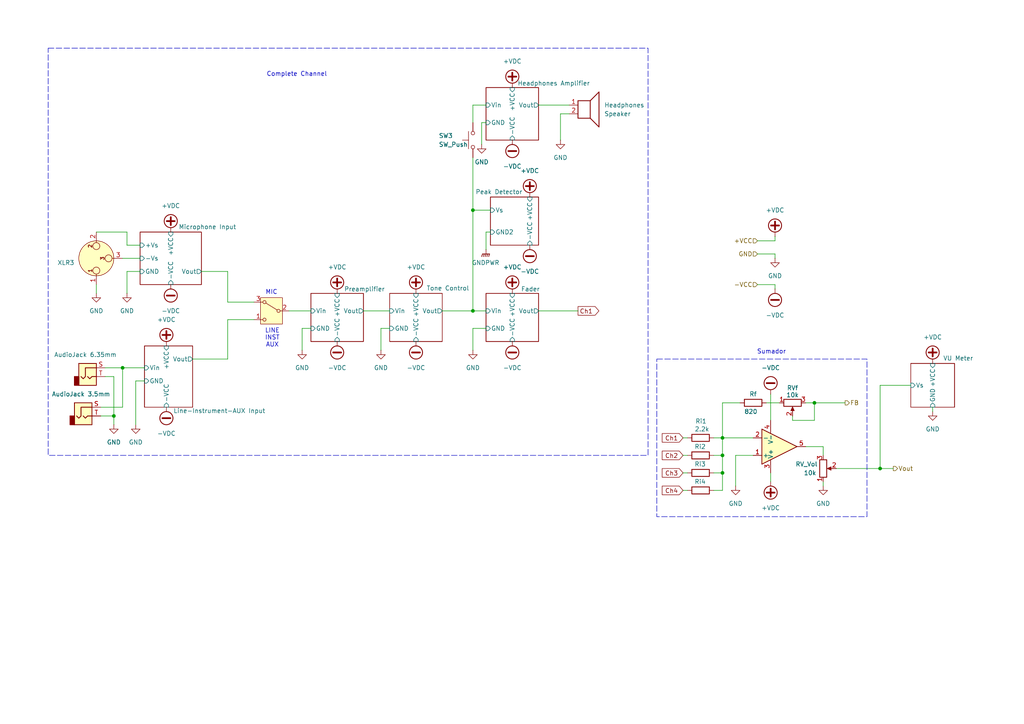
<source format=kicad_sch>
(kicad_sch (version 20231120) (generator "eeschema") (generator_version "8.0")
  (paper "A4")
  (lib_symbols
    (symbol "Connector_Audio:AudioJack2"
      (property "Reference" "J" (at 0 8.89 0))
      (property "Value" "AudioJack2" (at 0 6.35 0))
      (symbol "AudioJack2_0_1"
        (rectangle (start -3.81 0) (end -2.54 -2.54) (stroke (width 0.254)) (fill (type outline)))
        (rectangle (start -2.54 3.81) (end 2.54 -2.54) (stroke (width 0.254)) (fill (type background)))
        (polyline (pts (xy 0 0) (xy 0.635 -0.635) (xy 1.27 0) (xy 2.54 0)) (stroke (width 0.254)))
        (polyline (pts (xy 2.54 2.54) (xy -0.635 2.54) (xy -0.635 0) (xy -1.27 -0.635) (xy -1.905 0)) (stroke (width 0.254)))
      )
      (symbol "AudioJack2_1_1"
        (pin passive line (at 5.08 2.54 180) (length 2.54) (name "~") (number "S"))
        (pin passive line (at 5.08 0 180) (length 2.54) (name "~") (number "T"))
      )
    )
    (symbol "Connector_Audio:NJ2FD-V"
      (property "Reference" "J" (at 0 8.89 0))
      (property "Value" "NJ2FD-V" (at 0 6.35 0))
      (symbol "NJ2FD-V_0_1"
        (rectangle (start -3.81 0) (end -2.54 -2.54) (stroke (width 0.254)) (fill (type outline)))
        (rectangle (start -2.54 3.81) (end 2.54 -2.54) (stroke (width 0.254)) (fill (type background)))
        (polyline (pts (xy 0 0) (xy 0.635 -0.635) (xy 1.27 0) (xy 2.54 0)) (stroke (width 0.254)))
        (polyline (pts (xy 2.54 2.54) (xy -0.635 2.54) (xy -0.635 0) (xy -1.27 -0.635) (xy -1.905 0)) (stroke (width 0.254)))
      )
      (symbol "NJ2FD-V_1_1"
        (pin passive line (at 5.08 2.54 180) (length 2.54) (name "~") (number "S"))
        (pin passive line (at 5.08 0 180) (length 2.54) (name "~") (number "T"))
      )
    )
    (symbol "Connector_Audio:XLR3" (pin_names hide)
      (property "Reference" "J" (at 0 8.89 0))
      (property "Value" "XLR3" (at 0 6.35 0))
      (symbol "XLR3_0_1"
        (circle (center -3.556 0) (radius 1.016))
        (circle (center 0 -3.556) (radius 1.016))
        (polyline (pts (xy -5.08 0) (xy -4.572 0)))
        (polyline (pts (xy 0 -5.08) (xy 0 -4.572)))
        (polyline (pts (xy 5.08 0) (xy 4.572 0)))
        (circle (center 0 0) (radius 5.08) (fill (type background)))
        (circle (center 3.556 0) (radius 1.016))
        (text "1" (at -3.556 1.778 0) (effects (font (size 1.016 1.016) (bold yes))))
        (text "2" (at 3.556 1.778 0) (effects (font (size 1.016 1.016) (bold yes))))
        (text "3" (at 0 -1.778 0) (effects (font (size 1.016 1.016) (bold yes))))
        (pin passive line (at -7.62 0 0) (length 2.54) (name "~") (number "1"))
        (pin passive line (at 7.62 0 180) (length 2.54) (name "~") (number "2"))
        (pin passive line (at 0 -7.62 90) (length 2.54) (name "~") (number "3"))
      )
    )
    (symbol "Device:R" (pin_numbers hide) (pin_names (offset 0))
      (property "Reference" "R" (at 2.032 0 90))
      (property "Value" "R" (at 0 0 90))
      (symbol "R_0_1"
        (rectangle (start -1.016 -2.54) (end 1.016 2.54) (stroke (width 0.254)))
      )
      (symbol "R_1_1"
        (pin passive line (at 0 3.81 270) (length 1.27) (name "~") (number "1"))
        (pin passive line (at 0 -3.81 90) (length 1.27) (name "~") (number "2"))
      )
    )
    (symbol "Device:R_Potentiometer" (pin_names (offset 1.016) hide)
      (property "Reference" "RV" (at -4.445 0 90))
      (property "Value" "R_Potentiometer" (at -2.54 0 90))
      (symbol "R_Potentiometer_0_1"
        (polyline (pts (xy 2.54 0) (xy 1.524 0)))
        (polyline (pts (xy 1.143 0) (xy 2.286 0.508) (xy 2.286 -0.508) (xy 1.143 0)) (fill (type outline)))
        (rectangle (start 1.016 2.54) (end -1.016 -2.54) (stroke (width 0.254)))
      )
      (symbol "R_Potentiometer_1_1"
        (pin passive line (at 0 3.81 270) (length 1.27) (name "1") (number "1"))
        (pin passive line (at 3.81 0 180) (length 1.27) (name "2") (number "2"))
        (pin passive line (at 0 -3.81 90) (length 1.27) (name "3") (number "3"))
      )
    )
    (symbol "Device:Speaker" (pin_names (offset 0) hide)
      (property "Reference" "LS" (at 1.27 5.715 0))
      (property "Value" "Speaker" (at 1.27 3.81 0))
      (symbol "Speaker_0_0"
        (rectangle (start -2.54 1.27) (end 1.016 -3.81) (stroke (width 0.254)))
        (polyline (pts (xy 1.016 1.27) (xy 3.556 3.81) (xy 3.556 -6.35) (xy 1.016 -3.81)) (stroke (width 0.254)))
      )
      (symbol "Speaker_1_1"
        (pin input line (at -5.08 0 0) (length 2.54) (name "1") (number "1"))
        (pin input line (at -5.08 -2.54 0) (length 2.54) (name "2") (number "2"))
      )
    )
    (symbol "Simulation_SPICE:OPAMP" (pin_names (offset 0.254))
      (property "Reference" "U" (at 3.81 3.175 0))
      (property "Value" "${SIM.PARAMS}" (at 3.81 -3.175 0))
      (symbol "OPAMP_0_1"
        (polyline (pts (xy 5.08 0) (xy -5.08 5.08) (xy -5.08 -5.08) (xy 5.08 0)) (stroke (width 0.254)) (fill (type background)))
      )
      (symbol "OPAMP_1_1"
        (pin input line (at -7.62 2.54 0) (length 2.54) (name "+") (number "1"))
        (pin input line (at -7.62 -2.54 0) (length 2.54) (name "-") (number "2"))
        (pin power_in line (at -2.54 7.62 270) (length 3.81) (name "V+") (number "3"))
        (pin power_in line (at -2.54 -7.62 90) (length 3.81) (name "V-") (number "4"))
        (pin output line (at 7.62 0 180) (length 2.54) (name "~") (number "5"))
      )
    )
    (symbol "Switch:SW_Nidec_CAS-120A1" (pin_names (offset 1) hide)
      (property "Reference" "SW" (at 0 4.318 0))
      (property "Value" "SW_Nidec_CAS-120A1" (at 0 -5.08 0))
      (symbol "SW_Nidec_CAS-120A1_0_1"
        (circle (center -2.032 0) (radius 0.4572))
        (polyline (pts (xy -1.651 0.254) (xy 1.651 2.286)))
        (circle (center 2.032 -2.54) (radius 0.4572))
        (circle (center 2.032 2.54) (radius 0.4572))
      )
      (symbol "SW_Nidec_CAS-120A1_1_1"
        (rectangle (start -3.175 3.81) (end 3.175 -3.81) (fill (type background)))
        (pin passive line (at 5.08 -2.54 180) (length 2.54) (name "C") (number "1"))
        (pin passive line (at -5.08 0 0) (length 2.54) (name "B") (number "2"))
        (pin passive line (at 5.08 2.54 180) (length 2.54) (name "A") (number "3"))
      )
    )
    (symbol "Switch:SW_Push" (pin_numbers hide) (pin_names (offset 1.016) hide)
      (property "Reference" "SW" (at 1.27 2.54 0))
      (property "Value" "SW_Push" (at 0 -1.524 0))
      (symbol "SW_Push_0_1"
        (circle (center -2.032 0) (radius 0.508))
        (polyline (pts (xy 0 1.27) (xy 0 3.048)))
        (polyline (pts (xy 2.54 1.27) (xy -2.54 1.27)))
        (circle (center 2.032 0) (radius 0.508))
        (pin passive line (at -5.08 0 0) (length 2.54) (name "1") (number "1"))
        (pin passive line (at 5.08 0 180) (length 2.54) (name "2") (number "2"))
      )
    )
    (symbol "power:+VDC" (power) (pin_numbers hide) (pin_names (offset 0) hide)
      (property "Value" "+VDC" (at 0 6.35 0))
      (symbol "+VDC_0_1"
        (polyline (pts (xy -1.143 3.175) (xy 1.143 3.175)) (stroke (width 0.508)))
        (polyline (pts (xy 0 0) (xy 0 1.27)))
        (polyline (pts (xy 0 2.032) (xy 0 4.318)) (stroke (width 0.508)))
        (circle (center 0 3.175) (radius 1.905) (stroke (width 0.254)))
      )
      (symbol "+VDC_1_1"
        (pin power_in line (at 0 0 90) (length 0) (name "~") (number "1"))
      )
    )
    (symbol "power:-VDC" (power) (pin_numbers hide) (pin_names (offset 0) hide)
      (property "Value" "-VDC" (at 0 6.35 0))
      (symbol "-VDC_0_1"
        (polyline (pts (xy -1.143 3.175) (xy 1.143 3.175)) (stroke (width 0.508)))
        (polyline (pts (xy 0 0) (xy 0 1.27)))
        (circle (center 0 3.175) (radius 1.905) (stroke (width 0.254)))
      )
      (symbol "-VDC_1_1"
        (pin power_in line (at 0 0 90) (length 0) (name "~") (number "1"))
      )
    )
    (symbol "power:GND" (power) (pin_numbers hide) (pin_names (offset 0) hide)
      (property "Value" "GND" (at 0 -3.81 0))
      (symbol "GND_0_1"
        (polyline (pts (xy 0 0) (xy 0 -1.27) (xy 1.27 -1.27) (xy 0 -2.54) (xy -1.27 -1.27) (xy 0 -1.27)))
      )
      (symbol "GND_1_1"
        (pin power_in line (at 0 0 270) (length 0) (name "~") (number "1"))
      )
    )
    (symbol "power:GNDPWR" (power) (pin_numbers hide) (pin_names (offset 0) hide)
      (property "Value" "GNDPWR" (at 0 -3.302 0))
      (symbol "GNDPWR_0_1"
        (polyline (pts (xy 0 -1.27) (xy 0 0)))
        (polyline (pts (xy -1.016 -1.27) (xy -1.27 -2.032) (xy -1.27 -2.032)) (stroke (width 0.2032)))
        (polyline (pts (xy -0.508 -1.27) (xy -0.762 -2.032) (xy -0.762 -2.032)) (stroke (width 0.2032)))
        (polyline (pts (xy 0 -1.27) (xy -0.254 -2.032) (xy -0.254 -2.032)) (stroke (width 0.2032)))
        (polyline (pts (xy 0.508 -1.27) (xy 0.254 -2.032) (xy 0.254 -2.032)) (stroke (width 0.2032)))
        (polyline (pts (xy 1.016 -1.27) (xy -1.016 -1.27) (xy -1.016 -1.27)) (stroke (width 0.2032)))
        (polyline (pts (xy 1.016 -1.27) (xy 0.762 -2.032) (xy 0.762 -2.032) (xy 0.762 -2.032)) (stroke (width 0.2032)))
      )
      (symbol "GNDPWR_1_1"
        (pin power_in line (at 0 0 270) (length 0) (name "~") (number "1"))
      )
    )
  )
  (junction (at 35.56 106.68))
  (junction (at 236.22 116.84))
  (junction (at 209.55 137.16))
  (junction (at 137.16 90.17))
  (junction (at 209.55 127))
  (junction (at 33.02 120.65))
  (junction (at 137.16 60.96))
  (junction (at 255.27 135.89))
  (junction (at 209.55 132.08))
  (wire (pts (xy 264.16 111.76) (xy 255.27 111.76)))
  (wire (pts (xy 238.76 132.08) (xy 238.76 129.54)))
  (wire (pts (xy 238.76 139.7) (xy 238.76 140.97)))
  (wire (pts (xy 207.01 137.16) (xy 209.55 137.16)))
  (wire (pts (xy 255.27 135.89) (xy 259.08 135.89)))
  (wire (pts (xy 213.36 140.97) (xy 213.36 132.08)))
  (wire (pts (xy 105.41 90.17) (xy 113.03 90.17)))
  (wire (pts (xy 255.27 111.76) (xy 255.27 135.89)))
  (wire (pts (xy 209.55 127) (xy 218.44 127)))
  (wire (pts (xy 66.04 104.14) (xy 66.04 92.71)))
  (wire (pts (xy 233.68 116.84) (xy 236.22 116.84)))
  (wire (pts (xy 140.97 72.39) (xy 140.97 67.31)))
  (wire (pts (xy 36.83 78.74) (xy 36.83 85.09)))
  (wire (pts (xy 198.12 132.08) (xy 199.39 132.08)))
  (wire (pts (xy 219.71 69.85) (xy 224.79 69.85)))
  (wire (pts (xy 156.21 90.17) (xy 167.64 90.17)))
  (wire (pts (xy 87.63 101.6) (xy 87.63 95.25)))
  (wire (pts (xy 242.57 135.89) (xy 255.27 135.89)))
  (wire (pts (xy 110.49 95.25) (xy 113.03 95.25)))
  (wire (pts (xy 36.83 78.74) (xy 40.64 78.74)))
  (wire (pts (xy 137.16 90.17) (xy 140.97 90.17)))
  (wire (pts (xy 233.68 129.54) (xy 238.76 129.54)))
  (wire (pts (xy 198.12 142.24) (xy 199.39 142.24)))
  (wire (pts (xy 207.01 127) (xy 209.55 127)))
  (wire (pts (xy 198.12 137.16) (xy 199.39 137.16)))
  (wire (pts (xy 33.02 109.22) (xy 33.02 120.65)))
  (wire (pts (xy 137.16 30.48) (xy 137.16 35.56)))
  (wire (pts (xy 33.02 120.65) (xy 33.02 123.19)))
  (wire (pts (xy 36.83 71.12) (xy 40.64 71.12)))
  (wire (pts (xy 198.12 127) (xy 199.39 127)))
  (wire (pts (xy 236.22 116.84) (xy 236.22 121.92)))
  (wire (pts (xy 209.55 116.84) (xy 209.55 127)))
  (wire (pts (xy 83.82 90.17) (xy 90.17 90.17)))
  (wire (pts (xy 219.71 73.66) (xy 224.79 73.66)))
  (wire (pts (xy 35.56 74.93) (xy 40.64 74.93)))
  (wire (pts (xy 30.48 109.22) (xy 33.02 109.22)))
  (wire (pts (xy 223.52 114.3) (xy 223.52 121.92)))
  (wire (pts (xy 270.51 118.11) (xy 270.51 119.38)))
  (wire (pts (xy 224.79 73.66) (xy 224.79 74.93)))
  (wire (pts (xy 140.97 67.31) (xy 142.24 67.31)))
  (wire (pts (xy 35.56 106.68) (xy 35.56 118.11)))
  (wire (pts (xy 137.16 101.6) (xy 137.16 95.25)))
  (wire (pts (xy 137.16 45.72) (xy 137.16 60.96)))
  (wire (pts (xy 207.01 142.24) (xy 209.55 142.24)))
  (wire (pts (xy 66.04 78.74) (xy 58.42 78.74)))
  (wire (pts (xy 39.37 110.49) (xy 41.91 110.49)))
  (wire (pts (xy 128.27 90.17) (xy 137.16 90.17)))
  (wire (pts (xy 66.04 87.63) (xy 73.66 87.63)))
  (wire (pts (xy 139.7 41.91) (xy 139.7 35.56)))
  (wire (pts (xy 55.88 104.14) (xy 66.04 104.14)))
  (wire (pts (xy 33.02 120.65) (xy 29.21 120.65)))
  (wire (pts (xy 139.7 35.56) (xy 140.97 35.56)))
  (wire (pts (xy 209.55 142.24) (xy 209.55 137.16)))
  (wire (pts (xy 142.24 60.96) (xy 137.16 60.96)))
  (wire (pts (xy 137.16 95.25) (xy 140.97 95.25)))
  (wire (pts (xy 137.16 60.96) (xy 137.16 90.17)))
  (wire (pts (xy 66.04 78.74) (xy 66.04 87.63)))
  (wire (pts (xy 162.56 40.64) (xy 162.56 33.02)))
  (wire (pts (xy 87.63 95.25) (xy 90.17 95.25)))
  (wire (pts (xy 27.94 67.31) (xy 36.83 67.31)))
  (wire (pts (xy 229.87 121.92) (xy 236.22 121.92)))
  (wire (pts (xy 156.21 30.48) (xy 165.1 30.48)))
  (wire (pts (xy 213.36 132.08) (xy 218.44 132.08)))
  (wire (pts (xy 39.37 123.19) (xy 39.37 110.49)))
  (wire (pts (xy 236.22 116.84) (xy 245.11 116.84)))
  (wire (pts (xy 224.79 69.85) (xy 224.79 68.58)))
  (wire (pts (xy 27.94 85.09) (xy 27.94 82.55)))
  (wire (pts (xy 35.56 106.68) (xy 41.91 106.68)))
  (wire (pts (xy 219.71 82.55) (xy 224.79 82.55)))
  (wire (pts (xy 209.55 132.08) (xy 209.55 127)))
  (wire (pts (xy 209.55 137.16) (xy 209.55 132.08)))
  (wire (pts (xy 224.79 82.55) (xy 224.79 83.82)))
  (wire (pts (xy 223.52 137.16) (xy 223.52 139.7)))
  (wire (pts (xy 36.83 67.31) (xy 36.83 71.12)))
  (wire (pts (xy 222.25 116.84) (xy 226.06 116.84)))
  (wire (pts (xy 66.04 92.71) (xy 73.66 92.71)))
  (wire (pts (xy 214.63 116.84) (xy 209.55 116.84)))
  (wire (pts (xy 137.16 30.48) (xy 140.97 30.48)))
  (wire (pts (xy 207.01 132.08) (xy 209.55 132.08)))
  (wire (pts (xy 29.21 118.11) (xy 35.56 118.11)))
  (wire (pts (xy 162.56 33.02) (xy 165.1 33.02)))
  (wire (pts (xy 229.87 120.65) (xy 229.87 121.92)))
  (wire (pts (xy 30.48 106.68) (xy 35.56 106.68)))
  (wire (pts (xy 110.49 101.6) (xy 110.49 95.25)))
  (rectangle (start 13.97 13.97) (end 187.96 132.08) (stroke (width 0) (type dash)))
  (rectangle (start 190.5 104.14) (end 251.46 149.86) (stroke (width 0) (type dash)))
  (text "Sumador" (at 223.774 102.108 0) (effects (font (size 1.27 1.27))))
  (text "LINE\nINST\nAUX" (at 78.994 98.044 0) (effects (font (size 1.27 1.27))))
  (text "MIC" (at 78.74 84.836 0) (effects (font (size 1.27 1.27))))
  (text "Complete Channel" (at 86.106 21.59 0) (effects (font (size 1.27 1.27))))
  (global_label "Ch2" (shape input) (at 198.12 132.08 180) (property "Intersheetrefs" "${INTERSHEET_REFS}" (effects (hide yes))))
  (global_label "Ch3" (shape input) (at 198.12 137.16 180) (property "Intersheetrefs" "${INTERSHEET_REFS}" (effects (hide yes))))
  (global_label "Ch1" (shape input) (at 198.12 127 180) (property "Intersheetrefs" "${INTERSHEET_REFS}" (effects (hide yes))))
  (global_label "Ch1" (shape output) (at 167.64 90.17 0) (property "Intersheetrefs" "${INTERSHEET_REFS}" (effects (hide yes))))
  (global_label "Ch4" (shape input) (at 198.12 142.24 180) (property "Intersheetrefs" "${INTERSHEET_REFS}" (effects (hide yes))))
  (hierarchical_label "FB" (shape output) (at 245.11 116.84 0))
  (hierarchical_label "GND" (shape input) (at 219.71 73.66 180))
  (hierarchical_label "Vout" (shape output) (at 259.08 135.89 0))
  (hierarchical_label "+VCC" (shape input) (at 219.71 69.85 180))
  (hierarchical_label "-VCC" (shape input) (at 219.71 82.55 180))
  (symbol (lib_id "power:-VDC") (at 48.26 118.11 0) (mirror x) (unit 1)
    (property "Reference" "#PWR070" (effects (hide yes)))
    (property "Value" "-VDC" (at 48.26 125.73 0))
    (property "Description" "Power symbol creates a global label with name \"-VDC\"" (effects (hide yes)))
  )
  (symbol (lib_id "Switch:SW_Push") (at 137.16 40.64 90) (unit 1)
    (property "Reference" "SW3" (at 127.254 39.37 90) (effects (justify right)))
    (property "Value" "SW_Push" (at 127.254 41.91 90) (effects (justify right)))
    (property "Description" "Push button switch, generic, two pins" (effects (hide yes)))
  )
  (symbol (lib_id "power:+VDC") (at 49.53 67.31 0) (unit 1)
    (property "Reference" "#PWR072" (effects (hide yes)))
    (property "Value" "+VDC" (at 49.53 59.69 0))
    (property "Description" "Power symbol creates a global label with name \"+VDC\"" (effects (hide yes)))
  )
  (symbol (lib_id "power:GND") (at 139.7 41.91 0) (unit 1)
    (property "Reference" "#PWR090" (effects (hide yes)))
    (property "Value" "GND" (at 139.7 46.99 0))
    (property "Description" "Power symbol creates a global label with name \"GND\" , ground" (effects (hide yes)))
  )
  (symbol (lib_id "power:-VDC") (at 223.52 114.3 0) (unit 1)
    (property "Reference" "#PWR021" (effects (hide yes)))
    (property "Value" "-VDC" (at 223.52 106.68 0))
    (property "Description" "Power symbol creates a global label with name \"-VDC\"" (effects (hide yes)))
  )
  (symbol (lib_id "power:+VDC") (at 148.59 85.09 0) (unit 1)
    (property "Reference" "#PWR082" (effects (hide yes)))
    (property "Value" "+VDC" (at 148.59 77.47 0))
    (property "Description" "Power symbol creates a global label with name \"+VDC\"" (effects (hide yes)))
  )
  (symbol (lib_id "Switch:SW_Nidec_CAS-120A1") (at 78.74 90.17 0) (mirror y) (unit 1)
    (property "Reference" "SW2" (effects (hide yes)))
    (property "Value" "SW_Nidec_CAS-120A1" (effects (hide yes)))
    (property "Footprint" "Button_Switch_SMD:Nidec_Copal_CAS-120A" (effects (hide yes)))
    (property "Datasheet" "https://www.nidec-components.com/e/catalog/switch/cas.pdf" (effects (hide yes)))
    (property "Description" "Switch, single pole double throw" (effects (hide yes)))
  )
  (symbol (lib_id "power:+VDC") (at 148.59 25.4 0) (unit 1)
    (property "Reference" "#PWR089" (effects (hide yes)))
    (property "Value" "+VDC" (at 148.59 17.78 0))
    (property "Description" "Power symbol creates a global label with name \"+VDC\"" (effects (hide yes)))
  )
  (symbol (lib_id "power:GND") (at 27.94 85.09 0) (unit 1)
    (property "Reference" "#PWR027" (effects (hide yes)))
    (property "Value" "GND" (at 27.94 90.17 0))
    (property "Description" "Power symbol creates a global label with name \"GND\" , ground" (effects (hide yes)))
  )
  (symbol (lib_id "power:-VDC") (at 224.79 83.82 0) (mirror x) (unit 1)
    (property "Reference" "#PWR030" (effects (hide yes)))
    (property "Value" "-VDC" (at 224.79 91.44 0))
    (property "Description" "Power symbol creates a global label with name \"-VDC\"" (effects (hide yes)))
  )
  (symbol (lib_id "Device:R") (at 203.2 127 90) (unit 1)
    (property "Reference" "Ri1" (at 204.978 122.174 90) (effects (justify left)))
    (property "Value" "2.2k" (at 205.74 124.46 90) (effects (justify left)))
    (property "Description" "Resistor" (effects (hide yes)))
  )
  (symbol (lib_id "power:+VDC") (at 120.65 85.09 0) (unit 1)
    (property "Reference" "#PWR079" (effects (hide yes)))
    (property "Value" "+VDC" (at 120.65 77.47 0))
    (property "Description" "Power symbol creates a global label with name \"+VDC\"" (effects (hide yes)))
  )
  (symbol (lib_id "Device:R") (at 203.2 137.16 90) (unit 1)
    (property "Reference" "Ri3" (at 204.724 134.62 90) (effects (justify left)))
    (property "Value" "2.2k" (effects (hide yes)))
    (property "Description" "Resistor" (effects (hide yes)))
  )
  (symbol (lib_id "power:GNDPWR") (at 140.97 72.39 0) (unit 1)
    (property "Reference" "#PWR085" (effects (hide yes)))
    (property "Value" "GNDPWR" (at 140.843 76.2 0))
    (property "Description" "Power symbol creates a global label with name \"GNDPWR\" , global ground" (effects (hide yes)))
  )
  (symbol (lib_id "Connector_Audio:AudioJack2") (at 24.13 120.65 0) (unit 1)
    (property "Reference" "J2" (effects (hide yes)))
    (property "Value" "AudioJack 3.5mm" (at 23.495 114.3 0))
    (property "Description" "Audio Jack, 2 Poles (Mono / TS)" (effects (hide yes)))
  )
  (symbol (lib_id "power:-VDC") (at 120.65 99.06 0) (mirror x) (unit 1)
    (property "Reference" "#PWR078" (effects (hide yes)))
    (property "Value" "-VDC" (at 120.65 106.68 0))
    (property "Description" "Power symbol creates a global label with name \"-VDC\"" (effects (hide yes)))
  )
  (symbol (lib_id "power:GND") (at 224.79 74.93 0) (mirror y) (unit 1)
    (property "Reference" "#PWR023" (effects (hide yes)))
    (property "Value" "GND" (at 224.79 80.01 0))
    (property "Description" "Power symbol creates a global label with name \"GND\" , ground" (effects (hide yes)))
  )
  (symbol (lib_id "Connector_Audio:XLR3") (at 27.94 74.93 90) (unit 1)
    (property "Reference" "J1" (effects (hide yes)))
    (property "Value" "XLR3" (at 21.59 76.1999 90) (effects (justify left)))
    (property "Description" "XLR Connector, Male or Female, 3 Pins" (effects (hide yes)))
  )
  (symbol (lib_id "Device:R_Potentiometer") (at 238.76 135.89 0) (mirror x) (unit 1)
    (property "Reference" "RV_Vol" (at 233.934 134.62 0))
    (property "Value" "10k" (at 234.95 137.16 0))
    (property "Description" "Potentiometer" (effects (hide yes)))
  )
  (symbol (lib_id "power:GND") (at 213.36 140.97 0) (unit 1)
    (property "Reference" "#PWR016" (effects (hide yes)))
    (property "Value" "GND" (at 213.36 146.05 0))
    (property "Description" "Power symbol creates a global label with name \"GND\" , ground" (effects (hide yes)))
  )
  (symbol (lib_id "power:+VDC") (at 223.52 139.7 0) (mirror x) (unit 1)
    (property "Reference" "#PWR015" (effects (hide yes)))
    (property "Value" "+VDC" (at 223.52 147.32 0))
    (property "Description" "Power symbol creates a global label with name \"+VDC\"" (effects (hide yes)))
  )
  (symbol (lib_id "power:-VDC") (at 49.53 82.55 0) (mirror x) (unit 1)
    (property "Reference" "#PWR073" (effects (hide yes)))
    (property "Value" "-VDC" (at 49.53 90.17 0))
    (property "Description" "Power symbol creates a global label with name \"-VDC\"" (effects (hide yes)))
  )
  (symbol (lib_id "power:GND") (at 110.49 101.6 0) (unit 1)
    (property "Reference" "#PWR077" (effects (hide yes)))
    (property "Value" "GND" (at 110.49 106.68 0))
    (property "Description" "Power symbol creates a global label with name \"GND\" , ground" (effects (hide yes)))
  )
  (symbol (lib_id "power:GND") (at 36.83 85.09 0) (unit 1)
    (property "Reference" "#PWR029" (effects (hide yes)))
    (property "Value" "GND" (at 36.83 90.17 0))
    (property "Description" "Power symbol creates a global label with name \"GND\" , ground" (effects (hide yes)))
  )
  (symbol (lib_id "power:+VDC") (at 48.26 100.33 0) (unit 1)
    (property "Reference" "#PWR069" (effects (hide yes)))
    (property "Value" "+VDC" (at 48.26 92.71 0))
    (property "Description" "Power symbol creates a global label with name \"+VDC\"" (effects (hide yes)))
  )
  (symbol (lib_id "power:-VDC") (at 148.59 99.06 0) (mirror x) (unit 1)
    (property "Reference" "#PWR083" (effects (hide yes)))
    (property "Value" "-VDC" (at 148.59 106.68 0))
    (property "Description" "Power symbol creates a global label with name \"-VDC\"" (effects (hide yes)))
  )
  (symbol (lib_id "power:-VDC") (at 148.59 40.64 0) (mirror x) (unit 1)
    (property "Reference" "#PWR088" (effects (hide yes)))
    (property "Value" "-VDC" (at 148.59 48.26 0))
    (property "Description" "Power symbol creates a global label with name \"-VDC\"" (effects (hide yes)))
  )
  (symbol (lib_id "power:GND") (at 137.16 101.6 0) (unit 1)
    (property "Reference" "#PWR084" (effects (hide yes)))
    (property "Value" "GND" (at 137.16 106.68 0))
    (property "Description" "Power symbol creates a global label with name \"GND\" , ground" (effects (hide yes)))
  )
  (symbol (lib_id "power:+VDC") (at 270.51 105.41 0) (unit 1)
    (property "Reference" "#PWR081" (effects (hide yes)))
    (property "Value" "+VDC" (at 270.51 97.79 0))
    (property "Description" "Power symbol creates a global label with name \"+VDC\"" (effects (hide yes)))
  )
  (symbol (lib_id "power:GND") (at 238.76 140.97 0) (unit 1)
    (property "Reference" "#PWR017" (effects (hide yes)))
    (property "Value" "GND" (at 238.76 146.05 0))
    (property "Description" "Power symbol creates a global label with name \"GND\" , ground" (effects (hide yes)))
  )
  (symbol (lib_id "power:-VDC") (at 97.79 99.06 0) (mirror x) (unit 1)
    (property "Reference" "#PWR074" (effects (hide yes)))
    (property "Value" "-VDC" (at 97.79 106.68 0))
    (property "Description" "Power symbol creates a global label with name \"-VDC\"" (effects (hide yes)))
  )
  (symbol (lib_id "power:+VDC") (at 224.79 68.58 0) (unit 1)
    (property "Reference" "#PWR022" (effects (hide yes)))
    (property "Value" "+VDC" (at 224.79 60.96 0))
    (property "Description" "Power symbol creates a global label with name \"+VDC\"" (effects (hide yes)))
  )
  (symbol (lib_id "Device:R") (at 203.2 142.24 90) (unit 1)
    (property "Reference" "Ri4" (at 204.724 139.7 90) (effects (justify left)))
    (property "Value" "2.2k" (effects (hide yes)))
    (property "Description" "Resistor" (effects (hide yes)))
  )
  (symbol (lib_id "Simulation_SPICE:OPAMP") (at 226.06 129.54 0) (mirror x) (unit 1)
    (property "Reference" "U8" (effects (hide yes)))
    (property "Value" "${SIM.PARAMS}" (effects (hide yes)))
    (property "Datasheet" "https://ngspice.sourceforge.io/docs/ngspice-html-manual/manual.xhtml#sec__SUBCKT_Subcircuits" (effects (hide yes)))
    (property "Description" "Operational amplifier, single, node sequence=1:+ 2:- 3:OUT 4:V+ 5:V-" (effects (hide yes)))
    (property "Sim.Pins" "1=in+ 2=in- 3=vcc 4=vee 5=out" (effects (hide yes)))
    (property "Sim.Device" "SUBCKT" (effects (hide yes)))
    (property "Sim.Library" "${KICAD8_SYMBOL_DIR}/Simulation_SPICE.sp" (effects (hide yes)))
    (property "Sim.Name" "kicad_builtin_opamp" (effects (hide yes)))
  )
  (symbol (lib_id "power:GND") (at 270.51 119.38 0) (unit 1)
    (property "Reference" "#PWR080" (effects (hide yes)))
    (property "Value" "GND" (at 270.51 124.46 0))
    (property "Description" "Power symbol creates a global label with name \"GND\" , ground" (effects (hide yes)))
  )
  (symbol (lib_id "Device:Speaker") (at 170.18 30.48 0) (unit 1)
    (property "Reference" "Headphones" (at 175.26 30.4799 0) (effects (justify left)))
    (property "Value" "Speaker" (at 175.26 33.0199 0) (effects (justify left)))
    (property "Description" "Speaker" (effects (hide yes)))
  )
  (symbol (lib_id "power:GND") (at 33.02 123.19 0) (unit 1)
    (property "Reference" "#PWR020" (effects (hide yes)))
    (property "Value" "GND" (at 33.02 128.27 0))
    (property "Description" "Power symbol creates a global label with name \"GND\" , ground" (effects (hide yes)))
  )
  (symbol (lib_id "power:+VDC") (at 153.67 57.15 0) (unit 1)
    (property "Reference" "#PWR086" (effects (hide yes)))
    (property "Value" "+VDC" (at 153.67 49.53 0))
    (property "Description" "Power symbol creates a global label with name \"+VDC\"" (effects (hide yes)))
  )
  (symbol (lib_id "power:GND") (at 87.63 101.6 0) (unit 1)
    (property "Reference" "#PWR076" (effects (hide yes)))
    (property "Value" "GND" (at 87.63 106.68 0))
    (property "Description" "Power symbol creates a global label with name \"GND\" , ground" (effects (hide yes)))
  )
  (symbol (lib_id "power:GND") (at 162.56 40.64 0) (unit 1)
    (property "Reference" "#PWR091" (effects (hide yes)))
    (property "Value" "GND" (at 162.56 45.72 0))
    (property "Description" "Power symbol creates a global label with name \"GND\" , ground" (effects (hide yes)))
  )
  (symbol (lib_id "power:-VDC") (at 153.67 71.12 0) (mirror x) (unit 1)
    (property "Reference" "#PWR087" (effects (hide yes)))
    (property "Value" "-VDC" (at 153.67 78.74 0))
    (property "Description" "Power symbol creates a global label with name \"-VDC\"" (effects (hide yes)))
  )
  (symbol (lib_id "Connector_Audio:NJ2FD-V") (at 25.4 109.22 0) (unit 1)
    (property "Reference" "J3" (effects (hide yes)))
    (property "Value" "AudioJack 6.35mm" (at 24.765 102.87 0))
    (property "Footprint" "Connector_Audio:Jack_6.35mm_Neutrik_NJ2FD-V_Vertical" (effects (hide yes)))
    (property "Datasheet" "https://www.neutrik.com/en/product/nj2fd-v" (effects (hide yes)))
    (property "Description" "6.35mm (1/4 in) Vertical Jack, Non-switching mono jack (T/S)" (effects (hide yes)))
  )
  (symbol (lib_id "power:+VDC") (at 97.79 85.09 0) (unit 1)
    (property "Reference" "#PWR075" (effects (hide yes)))
    (property "Value" "+VDC" (at 97.79 77.47 0))
    (property "Description" "Power symbol creates a global label with name \"+VDC\"" (effects (hide yes)))
  )
  (symbol (lib_id "Device:R") (at 218.44 116.84 90) (mirror x) (unit 1)
    (property "Reference" "Rf" (at 218.44 114.3 90))
    (property "Value" "820" (at 219.7099 119.38 90) (effects (justify left)))
    (property "Description" "Resistor" (effects (hide yes)))
  )
  (symbol (lib_id "Device:R") (at 203.2 132.08 90) (unit 1)
    (property "Reference" "Ri2" (at 204.724 129.54 90) (effects (justify left)))
    (property "Value" "2.2k" (effects (hide yes)))
    (property "Description" "Resistor" (effects (hide yes)))
  )
  (symbol (lib_id "Device:R_Potentiometer") (at 229.87 116.84 90) (mirror x) (unit 1)
    (property "Reference" "RVf" (at 229.87 112.522 90))
    (property "Value" "10k" (at 229.87 114.554 90))
    (property "Description" "Potentiometer" (effects (hide yes)))
  )
  (symbol (lib_id "power:GND") (at 39.37 123.19 0) (mirror y) (unit 1)
    (property "Reference" "#PWR071" (effects (hide yes)))
    (property "Value" "GND" (at 39.37 128.27 0))
    (property "Description" "Power symbol creates a global label with name \"GND\" , ground" (effects (hide yes)))
  )
  (sheet (at 264.16 105.41) (size 12.7 12.7) (stroke (width 0.1524))
    (property "Sheetname" "VU Meter" (at 273.558 104.648 0) (effects (justify left bottom)))
    (property "Sheetfile" "mixer_subnet/VU Meter.kicad_sch" (effects (hide yes)))
    (pin "GND" input (at 270.51 118.11 270))
    (pin "+VCC" input (at 270.51 105.41 90))
    (pin "Vs" input (at 264.16 111.76 180))
  )
  (sheet (at 140.97 85.09) (size 15.24 13.97) (stroke (width 0.1524))
    (property "Sheetname" "Fader" (at 151.13 84.582 0) (effects (justify left bottom)))
    (property "Sheetfile" "mixer_subnet/Fader.kicad_sch" (effects (hide yes)))
    (pin "Vout" output (at 156.21 90.17 0))
    (pin "+VCC" input (at 148.59 85.09 90))
    (pin "-VCC" input (at 148.59 99.06 270))
    (pin "GND" input (at 140.97 95.25 180))
    (pin "Vin" input (at 140.97 90.17 180))
  )
  (sheet (at 140.97 25.4) (size 15.24 15.24) (stroke (width 0.1524))
    (property "Sheetname" "Headphones Amplifier" (at 150.114 24.892 0) (effects (justify left bottom)))
    (property "Sheetfile" "mixer_subnet/Headphones Amplifier.kicad_sch" (effects (hide yes)))
    (pin "Vout" output (at 156.21 30.48 0))
    (pin "Vin" input (at 140.97 30.48 180))
    (pin "+VCC" input (at 148.59 25.4 90))
    (pin "-VCC" input (at 148.59 40.64 270))
    (pin "GND" input (at 140.97 35.56 180))
  )
  (sheet (at 40.64 67.31) (size 17.78 15.24) (stroke (width 0.1524))
    (property "Sheetname" "Microphone Input" (at 51.816 66.548 0) (effects (justify left bottom)))
    (property "Sheetfile" "mixer_subnet/Microphone Input.kicad_sch" (effects (hide yes)))
    (pin "+Vs" input (at 40.64 71.12 180))
    (pin "-Vs" input (at 40.64 74.93 180))
    (pin "GND" input (at 40.64 78.74 180))
    (pin "Vout" output (at 58.42 78.74 0))
    (pin "-VCC" input (at 49.53 82.55 270))
    (pin "+VCC" input (at 49.53 67.31 90))
  )
  (sheet (at 113.03 85.09) (size 15.24 13.97) (stroke (width 0.1524))
    (property "Sheetname" "Tone Control" (at 123.698 84.328 0) (effects (justify left bottom)))
    (property "Sheetfile" "mixer_subnet/Tone Control.kicad_sch" (effects (hide yes)))
    (pin "Vout" output (at 128.27 90.17 0))
    (pin "Vin" input (at 113.03 90.17 180))
    (pin "+VCC" input (at 120.65 85.09 90))
    (pin "-VCC" input (at 120.65 99.06 270))
    (pin "GND" input (at 113.03 95.25 180))
  )
  (sheet (at 41.91 100.33) (size 13.97 17.78) (stroke (width 0.1524))
    (property "Sheetname" "Line-Instrument-AUX Input" (at 50.292 119.888 0) (effects (justify left bottom)))
    (property "Sheetfile" "mixer_subnet/Line-Instrument-AUX Input.kicad_sch" (effects (hide yes)))
    (pin "Vout" output (at 55.88 104.14 0))
    (pin "-VCC" input (at 48.26 118.11 270))
    (pin "GND" input (at 41.91 110.49 180))
    (pin "+VCC" input (at 48.26 100.33 90))
    (pin "Vin" input (at 41.91 106.68 180))
  )
  (sheet (at 90.17 85.09) (size 15.24 13.97) (stroke (width 0.1524))
    (property "Sheetname" "Preamplifier" (at 99.822 84.582 0) (effects (justify left bottom)))
    (property "Sheetfile" "mixer_subnet/Preamplifier.kicad_sch" (effects (hide yes)))
    (pin "Vin" input (at 90.17 90.17 180))
    (pin "Vout" output (at 105.41 90.17 0))
    (pin "+VCC" input (at 97.79 85.09 90))
    (pin "GND" input (at 90.17 95.25 180))
    (pin "-VCC" input (at 97.79 99.06 270))
  )
  (sheet (at 142.24 57.15) (size 13.97 13.97) (stroke (width 0.1524))
    (property "Sheetname" "Peak Detector" (at 137.922 56.388 0) (effects (justify left bottom)))
    (property "Sheetfile" "mixer_subnet/Peak Detector.kicad_sch" (effects (hide yes)))
    (pin "GND2" input (at 142.24 67.31 180))
    (pin "+VCC" input (at 153.67 57.15 90))
    (pin "-VCC" input (at 153.67 71.12 270))
    (pin "Vs" input (at 142.24 60.96 180))
  )
)
</source>
